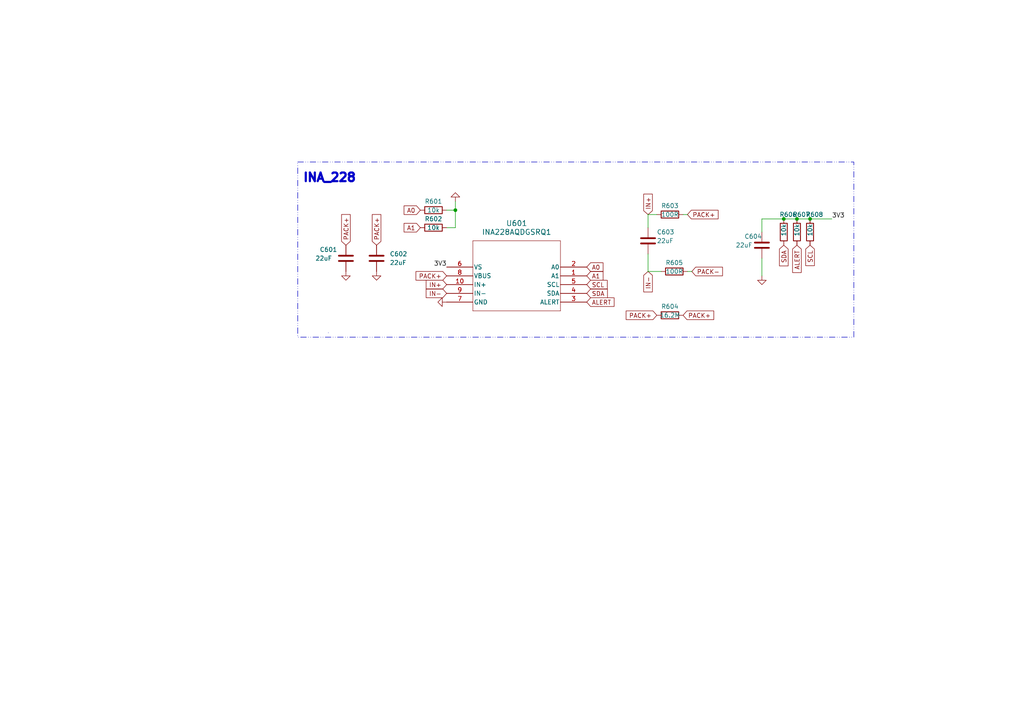
<source format=kicad_sch>
(kicad_sch (version 20230121) (generator eeschema)
  (paper "A4")
  (lib_symbols
    (symbol "2023-08-04_10-34-25:INA228AQDGSRQ1" (pin_names (offset 0.254))
      (property "Reference" "U?" (at 20.32 10.16 0))
      (property "Value" "INA228AQDGSRQ1" (at 20.32 7.62 0))
      (symbol "INA228AQDGSRQ1_0_1"
        (polyline (pts (xy 7.62 -15.24) (xy 33.02 -15.24)) (stroke (width 0.127)))
        (polyline (pts (xy 7.62 5.08) (xy 7.62 -15.24)) (stroke (width 0.127)))
        (polyline (pts (xy 33.02 -15.24) (xy 33.02 5.08)) (stroke (width 0.127)))
        (polyline (pts (xy 33.02 5.08) (xy 7.62 5.08)) (stroke (width 0.127)))
        (pin bidirectional line (at 40.64 -5.08 180) (length 7.62) (name "A1") (number "1"))
        (pin input line (at 0 -7.62 0) (length 7.62) (name "IN+") (number "10"))
        (pin bidirectional line (at 40.64 -2.54 180) (length 7.62) (name "A0") (number "2"))
        (pin output line (at 40.64 -12.7 180) (length 7.62) (name "ALERT") (number "3"))
        (pin bidirectional line (at 40.64 -10.16 180) (length 7.62) (name "SDA") (number "4"))
        (pin input line (at 40.64 -7.62 180) (length 7.62) (name "SCL") (number "5"))
        (pin power_in line (at 0 -2.54 0) (length 7.62) (name "VS") (number "6"))
        (pin power_out line (at 0 -12.7 0) (length 7.62) (name "GND") (number "7"))
        (pin power_in line (at 0 -5.08 0) (length 7.62) (name "VBUS") (number "8"))
        (pin input line (at 0 -10.16 0) (length 7.62) (name "IN-") (number "9"))
      )
    )
    (symbol "Device:C" (pin_numbers hide) (pin_names (offset 0.254))
      (property "Reference" "C" (at 0.635 2.54 0))
      (property "Value" "C" (at 0.635 -2.54 0))
      (symbol "C_0_1"
        (polyline (pts (xy -2.032 -0.762) (xy 2.032 -0.762)) (stroke (width 0.508)))
        (polyline (pts (xy -2.032 0.762) (xy 2.032 0.762)) (stroke (width 0.508)))
      )
      (symbol "C_1_1"
        (pin passive line (at 0 3.81 270) (length 2.794) (name "~") (number "1"))
        (pin passive line (at 0 -3.81 90) (length 2.794) (name "~") (number "2"))
      )
    )
    (symbol "Device:R" (pin_numbers hide) (pin_names (offset 0))
      (property "Reference" "R" (at 2.032 0 90))
      (property "Value" "R" (at 0 0 90))
      (symbol "R_0_1"
        (rectangle (start -1.016 -2.54) (end 1.016 2.54) (stroke (width 0.254)))
      )
      (symbol "R_1_1"
        (pin passive line (at 0 3.81 270) (length 1.27) (name "~") (number "1"))
        (pin passive line (at 0 -3.81 90) (length 1.27) (name "~") (number "2"))
      )
    )
    (symbol "power:GND" (power) (pin_names (offset 0))
      (property "Value" "GND" (at 0 -3.81 0))
      (symbol "GND_0_1"
        (polyline (pts (xy 0 0) (xy 0 -1.27) (xy 1.27 -1.27) (xy 0 -2.54) (xy -1.27 -1.27) (xy 0 -1.27)))
      )
      (symbol "GND_1_1"
        (pin power_in line (at 0 0 270) (length 0) hide (name "GND") (number "1"))
      )
    )
  )
  (junction (at 227.33 63.5))
  (junction (at 132.08 60.96))
  (junction (at 234.95 63.5))
  (junction (at 231.14 63.5))
  (wire (pts (xy 220.98 63.5) (xy 227.33 63.5)))
  (wire (pts (xy 187.96 73.66) (xy 187.96 78.74)))
  (wire (pts (xy 132.08 66.04) (xy 132.08 60.96)))
  (wire (pts (xy 129.54 66.04) (xy 132.08 66.04)))
  (wire (pts (xy 220.98 67.31) (xy 220.98 63.5)))
  (wire (pts (xy 187.96 66.04) (xy 187.96 62.23)))
  (wire (pts (xy 198.12 62.23) (xy 199.39 62.23)))
  (wire (pts (xy 187.96 78.74) (xy 191.77 78.74)))
  (wire (pts (xy 231.14 63.5) (xy 234.95 63.5)))
  (wire (pts (xy 220.98 74.93) (xy 220.98 80.01)))
  (wire (pts (xy 129.54 60.96) (xy 132.08 60.96)))
  (wire (pts (xy 132.08 58.42) (xy 132.08 60.96)))
  (wire (pts (xy 234.95 63.5) (xy 241.3 63.5)))
  (wire (pts (xy 199.39 78.74) (xy 200.66 78.74)))
  (wire (pts (xy 227.33 63.5) (xy 231.14 63.5)))
  (wire (pts (xy 187.96 62.23) (xy 190.5 62.23)))
  (rectangle (start 86.36 46.99) (end 247.65 97.79) (stroke (width 0) (type dash_dot_dot)))
  (rectangle (start 95.25 96.52) (end 95.25 96.52) (stroke (width 0) (type dot)))
  (text "INA_228 \n\n" (at 105.41 57.15 0) (effects (font (size 2.5 2.5) (thickness 0.65) bold) (justify right bottom)))
  (label "3V3" (at 241.3 63.5 0))
  (label "3V3" (at 129.54 77.47 180))
  (global_label "SCL" (shape input) (at 170.18 82.55 0) (property "Intersheetrefs" "${INTERSHEET_REFS}" (effects hide)))
  (global_label "SDA" (shape input) (at 227.33 71.12 270) (property "Intersheetrefs" "${INTERSHEET_REFS}" (effects hide)))
  (global_label "IN-" (shape input) (at 129.54 85.09 180) (property "Intersheetrefs" "${INTERSHEET_REFS}" (effects hide)))
  (global_label "A1" (shape input) (at 121.92 66.04 180) (property "Intersheetrefs" "${INTERSHEET_REFS}" (effects hide)))
  (global_label "PACK+" (shape input) (at 109.22 71.12 90) (property "Intersheetrefs" "${INTERSHEET_REFS}" (effects hide)))
  (global_label "IN+" (shape input) (at 187.96 62.23 90) (property "Intersheetrefs" "${INTERSHEET_REFS}" (effects hide)))
  (global_label "ALERT" (shape input) (at 231.14 71.12 270) (property "Intersheetrefs" "${INTERSHEET_REFS}" (effects hide)))
  (global_label "PACK+" (shape input) (at 190.5 91.44 180) (property "Intersheetrefs" "${INTERSHEET_REFS}" (effects hide)))
  (global_label "SCL" (shape input) (at 234.95 71.12 270) (property "Intersheetrefs" "${INTERSHEET_REFS}" (effects hide)))
  (global_label "A0" (shape input) (at 121.92 60.96 180) (property "Intersheetrefs" "${INTERSHEET_REFS}" (effects hide)))
  (global_label "PACK+" (shape input) (at 100.33 71.12 90) (property "Intersheetrefs" "${INTERSHEET_REFS}" (effects hide)))
  (global_label "PACK-" (shape input) (at 200.66 78.74 0) (property "Intersheetrefs" "${INTERSHEET_REFS}" (effects hide)))
  (global_label "PACK+" (shape input) (at 198.12 91.44 0) (property "Intersheetrefs" "${INTERSHEET_REFS}" (effects hide)))
  (global_label "PACK+" (shape input) (at 199.39 62.23 0) (property "Intersheetrefs" "${INTERSHEET_REFS}" (effects hide)))
  (global_label "A1" (shape input) (at 170.18 80.01 0) (property "Intersheetrefs" "${INTERSHEET_REFS}" (effects hide)))
  (global_label "PACK+" (shape input) (at 129.54 80.01 180) (property "Intersheetrefs" "${INTERSHEET_REFS}" (effects hide)))
  (global_label "ALERT" (shape input) (at 170.18 87.63 0) (property "Intersheetrefs" "${INTERSHEET_REFS}" (effects hide)))
  (global_label "SDA" (shape input) (at 170.18 85.09 0) (property "Intersheetrefs" "${INTERSHEET_REFS}" (effects hide)))
  (global_label "IN-" (shape input) (at 187.96 78.74 270) (property "Intersheetrefs" "${INTERSHEET_REFS}" (effects hide)))
  (global_label "IN+" (shape input) (at 129.54 82.55 180) (property "Intersheetrefs" "${INTERSHEET_REFS}" (effects hide)))
  (global_label "A0" (shape input) (at 170.18 77.47 0) (property "Intersheetrefs" "${INTERSHEET_REFS}" (effects hide)))
  (symbol (lib_id "Device:R") (at 227.33 67.31 0) (unit 1)
    (property "Reference" "R606" (at 226.06 62.23 0) (effects (justify left)))
    (property "Value" "10k" (at 227.33 68.58 90) (effects (justify left)))
    (property "Footprint" "Capacitor_SMD:C_0201_0603Metric_Pad0.64x0.40mm_HandSolder" (effects hide))
  )
  (symbol (lib_id "Device:R") (at 125.73 66.04 90) (unit 1)
    (property "Reference" "R602" (at 125.73 63.5 90))
    (property "Value" "10k" (at 125.73 66.04 90))
    (property "Footprint" "Capacitor_SMD:C_0201_0603Metric_Pad0.64x0.40mm_HandSolder" (effects hide))
  )
  (symbol (lib_id "2023-08-04_10-34-25:INA228AQDGSRQ1") (at 129.54 74.93 0) (unit 1)
    (property "Reference" "U601" (at 149.86 64.77 0) (effects (font (size 1.524 1.524))))
    (property "Value" "INA228AQDGSRQ1" (at 149.86 67.31 0) (effects (font (size 1.524 1.524))))
    (property "Footprint" "Package_SO:VSSOP-10_3x3mm_P0.5mm" (effects hide))
    (property "Datasheet" "INA228AQDGSRQ1" (effects hide))
  )
  (symbol (lib_id "Device:C") (at 109.22 74.93 0) (unit 1)
    (property "Reference" "C602" (at 113.03 73.66 0) (effects (justify left)))
    (property "Value" "22uF" (at 113.03 76.2 0) (effects (justify left)))
    (property "Footprint" "Capacitor_SMD:C_0201_0603Metric_Pad0.64x0.40mm_HandSolder" (effects hide))
  )
  (symbol (lib_id "power:GND") (at 129.54 87.63 270) (unit 1)
    (property "Reference" "#PWR03" (effects hide))
    (property "Value" "GND" (effects hide))
    (instances (project "INA228" (path "" (reference "#PWR03") (unit 1))) (project "SOC DISPLAY" (path "" (reference "#PWR01") (unit 1))))
  )
  (symbol (lib_id "Device:C") (at 187.96 69.85 0) (unit 1)
    (property "Reference" "C603" (at 190.5 67.31 0) (effects (justify left)))
    (property "Value" "22uF" (at 190.5 69.85 0) (effects (justify left)))
    (property "Footprint" "Capacitor_SMD:C_0201_0603Metric_Pad0.64x0.40mm_HandSolder" (effects hide))
  )
  (symbol (lib_id "power:GND") (at 100.33 78.74 0) (unit 1)
    (property "Reference" "#PWR03" (effects hide))
    (property "Value" "GND" (effects hide))
  )
  (symbol (lib_id "Device:R") (at 194.31 62.23 90) (unit 1)
    (property "Reference" "R603" (at 194.31 59.69 90))
    (property "Value" "100R" (at 194.31 62.23 90))
    (property "Footprint" "Capacitor_SMD:C_0201_0603Metric_Pad0.64x0.40mm_HandSolder" (effects hide))
  )
  (symbol (lib_id "power:GND") (at 109.22 78.74 0) (unit 1)
    (property "Reference" "#PWR03" (effects hide))
    (property "Value" "GND" (effects hide))
    (instances (project "INA228" (path "" (reference "#PWR03") (unit 1))) (project "SOC DISPLAY" (path "" (reference "#PWR02") (unit 1))))
  )
  (symbol (lib_id "Device:C") (at 220.98 71.12 0) (unit 1)
    (property "Reference" "C604" (at 215.9 68.58 0) (effects (justify left)))
    (property "Value" "22uF" (at 213.36 71.12 0) (effects (justify left)))
    (property "Footprint" "Capacitor_SMD:C_0201_0603Metric_Pad0.64x0.40mm_HandSolder" (effects hide))
  )
  (symbol (lib_id "Device:R") (at 234.95 67.31 0) (unit 1)
    (property "Reference" "R608" (at 233.68 62.23 0) (effects (justify left)))
    (property "Value" "10k" (at 234.95 68.58 90) (effects (justify left)))
    (property "Footprint" "Capacitor_SMD:C_0201_0603Metric_Pad0.64x0.40mm_HandSolder" (effects hide))
  )
  (symbol (lib_id "Device:R") (at 195.58 78.74 90) (unit 1)
    (property "Reference" "R605" (at 195.58 76.2 90))
    (property "Value" "100R" (at 195.58 78.74 90))
    (property "Footprint" "Capacitor_SMD:C_0201_0603Metric_Pad0.64x0.40mm_HandSolder" (effects hide))
  )
  (symbol (lib_id "Device:C") (at 100.33 74.93 0) (unit 1)
    (property "Reference" "C601" (at 92.71 72.39 0) (effects (justify left)))
    (property "Value" "22uF" (at 91.44 74.93 0) (effects (justify left)))
    (property "Footprint" "Capacitor_SMD:C_0201_0603Metric_Pad0.64x0.40mm_HandSolder" (effects hide))
  )
  (symbol (lib_id "Device:R") (at 194.31 91.44 90) (unit 1)
    (property "Reference" "R604" (at 194.31 88.9 90))
    (property "Value" "16.2M" (at 194.31 91.44 90))
    (property "Footprint" "Capacitor_SMD:C_0201_0603Metric_Pad0.64x0.40mm_HandSolder" (effects hide))
  )
  (symbol (lib_id "power:GND") (at 220.98 80.01 0) (unit 1)
    (property "Reference" "#PWR04" (effects hide))
    (property "Value" "GND" (effects hide))
    (instances (project "INA228" (path "" (reference "#PWR04") (unit 1))) (project "SOC DISPLAY" (path "" (reference "#PWR05") (unit 1))))
  )
  (symbol (lib_id "Device:R") (at 125.73 60.96 90) (unit 1)
    (property "Reference" "R601" (at 125.73 58.42 90))
    (property "Value" "10k" (at 125.73 60.96 90))
    (property "Footprint" "Capacitor_SMD:C_0201_0603Metric_Pad0.64x0.40mm_HandSolder" (effects hide))
  )
  (symbol (lib_id "Device:R") (at 231.14 67.31 0) (unit 1)
    (property "Reference" "R607" (at 229.87 62.23 0) (effects (justify left)))
    (property "Value" "10k" (at 231.14 68.58 90) (effects (justify left)))
    (property "Footprint" "Capacitor_SMD:C_0201_0603Metric_Pad0.64x0.40mm_HandSolder" (effects hide))
  )
  (symbol (lib_id "power:GND") (at 132.08 58.42 180) (unit 1)
    (property "Reference" "#PWR03" (effects hide))
    (property "Value" "GND" (effects hide))
    (instances (project "INA228" (path "" (reference "#PWR03") (unit 1))) (project "SOC DISPLAY" (path "" (reference "#PWR04") (unit 1))))
  )
)
</source>
